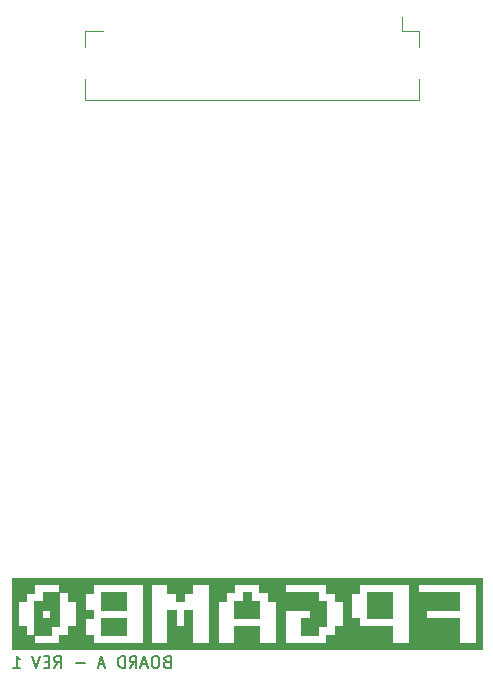
<source format=gbr>
%TF.GenerationSoftware,KiCad,Pcbnew,(5.1.10-1-10_14)*%
%TF.CreationDate,2021-07-06T18:46:16+02:00*%
%TF.ProjectId,gb-fpga,67622d66-7067-4612-9e6b-696361645f70,rev?*%
%TF.SameCoordinates,Original*%
%TF.FileFunction,Legend,Bot*%
%TF.FilePolarity,Positive*%
%FSLAX46Y46*%
G04 Gerber Fmt 4.6, Leading zero omitted, Abs format (unit mm)*
G04 Created by KiCad (PCBNEW (5.1.10-1-10_14)) date 2021-07-06 18:46:16*
%MOMM*%
%LPD*%
G01*
G04 APERTURE LIST*
%ADD10C,0.150000*%
%ADD11C,0.010000*%
%ADD12C,0.120000*%
G04 APERTURE END LIST*
D10*
X33267976Y17921428D02*
X33125119Y17873809D01*
X33077500Y17826190D01*
X33029880Y17730952D01*
X33029880Y17588095D01*
X33077500Y17492857D01*
X33125119Y17445238D01*
X33220357Y17397619D01*
X33601309Y17397619D01*
X33601309Y18397619D01*
X33267976Y18397619D01*
X33172738Y18350000D01*
X33125119Y18302380D01*
X33077500Y18207142D01*
X33077500Y18111904D01*
X33125119Y18016666D01*
X33172738Y17969047D01*
X33267976Y17921428D01*
X33601309Y17921428D01*
X32410833Y18397619D02*
X32220357Y18397619D01*
X32125119Y18350000D01*
X32029880Y18254761D01*
X31982261Y18064285D01*
X31982261Y17730952D01*
X32029880Y17540476D01*
X32125119Y17445238D01*
X32220357Y17397619D01*
X32410833Y17397619D01*
X32506071Y17445238D01*
X32601309Y17540476D01*
X32648928Y17730952D01*
X32648928Y18064285D01*
X32601309Y18254761D01*
X32506071Y18350000D01*
X32410833Y18397619D01*
X31601309Y17683333D02*
X31125119Y17683333D01*
X31696547Y17397619D02*
X31363214Y18397619D01*
X31029880Y17397619D01*
X30125119Y17397619D02*
X30458452Y17873809D01*
X30696547Y17397619D02*
X30696547Y18397619D01*
X30315595Y18397619D01*
X30220357Y18350000D01*
X30172738Y18302380D01*
X30125119Y18207142D01*
X30125119Y18064285D01*
X30172738Y17969047D01*
X30220357Y17921428D01*
X30315595Y17873809D01*
X30696547Y17873809D01*
X29696547Y17397619D02*
X29696547Y18397619D01*
X29458452Y18397619D01*
X29315595Y18350000D01*
X29220357Y18254761D01*
X29172738Y18159523D01*
X29125119Y17969047D01*
X29125119Y17826190D01*
X29172738Y17635714D01*
X29220357Y17540476D01*
X29315595Y17445238D01*
X29458452Y17397619D01*
X29696547Y17397619D01*
X27982261Y17683333D02*
X27506071Y17683333D01*
X28077500Y17397619D02*
X27744166Y18397619D01*
X27410833Y17397619D01*
X26315595Y17778571D02*
X25553690Y17778571D01*
X23744166Y17397619D02*
X24077500Y17873809D01*
X24315595Y17397619D02*
X24315595Y18397619D01*
X23934642Y18397619D01*
X23839404Y18350000D01*
X23791785Y18302380D01*
X23744166Y18207142D01*
X23744166Y18064285D01*
X23791785Y17969047D01*
X23839404Y17921428D01*
X23934642Y17873809D01*
X24315595Y17873809D01*
X23315595Y17921428D02*
X22982261Y17921428D01*
X22839404Y17397619D02*
X23315595Y17397619D01*
X23315595Y18397619D01*
X22839404Y18397619D01*
X22553690Y18397619D02*
X22220357Y17397619D01*
X21887023Y18397619D01*
X20267976Y17397619D02*
X20839404Y17397619D01*
X20553690Y17397619D02*
X20553690Y18397619D01*
X20648928Y18254761D01*
X20744166Y18159523D01*
X20839404Y18111904D01*
D11*
%TO.C,G\u002A\u002A\u002A*%
G36*
X22778000Y23016000D02*
G01*
X22016000Y23016000D01*
X22016000Y20137333D01*
X23455333Y20137333D01*
X23455333Y20899333D01*
X24132666Y20899333D01*
X24132666Y22254000D01*
X23370666Y22254000D01*
X23370666Y21576667D01*
X22693333Y21576667D01*
X22693333Y22254000D01*
X23370666Y22254000D01*
X24132666Y22254000D01*
X24132666Y23778000D01*
X22778000Y23778000D01*
X22778000Y23016000D01*
G37*
X22778000Y23016000D02*
X22016000Y23016000D01*
X22016000Y20137333D01*
X23455333Y20137333D01*
X23455333Y20899333D01*
X24132666Y20899333D01*
X24132666Y22254000D01*
X23370666Y22254000D01*
X23370666Y21576667D01*
X22693333Y21576667D01*
X22693333Y22254000D01*
X23370666Y22254000D01*
X24132666Y22254000D01*
X24132666Y23778000D01*
X22778000Y23778000D01*
X22778000Y23016000D01*
G36*
X27688666Y22254000D02*
G01*
X29805333Y22254000D01*
X29805333Y23778000D01*
X27688666Y23778000D01*
X27688666Y22254000D01*
G37*
X27688666Y22254000D02*
X29805333Y22254000D01*
X29805333Y23778000D01*
X27688666Y23778000D01*
X27688666Y22254000D01*
G36*
X27688666Y20137333D02*
G01*
X29805333Y20137333D01*
X29805333Y21576667D01*
X27688666Y21576667D01*
X27688666Y20137333D01*
G37*
X27688666Y20137333D02*
X29805333Y20137333D01*
X29805333Y21576667D01*
X27688666Y21576667D01*
X27688666Y20137333D01*
G36*
X39711333Y23016000D02*
G01*
X38949333Y23016000D01*
X38949333Y21576667D01*
X41066000Y21576667D01*
X41066000Y23016000D01*
X40388666Y23016000D01*
X40388666Y23778000D01*
X39711333Y23778000D01*
X39711333Y23016000D01*
G37*
X39711333Y23016000D02*
X38949333Y23016000D01*
X38949333Y21576667D01*
X41066000Y21576667D01*
X41066000Y23016000D01*
X40388666Y23016000D01*
X40388666Y23778000D01*
X39711333Y23778000D01*
X39711333Y23016000D01*
G36*
X50210000Y21576667D02*
G01*
X52326666Y21576667D01*
X52326666Y23778000D01*
X50210000Y23778000D01*
X50210000Y21576667D01*
G37*
X50210000Y21576667D02*
X52326666Y21576667D01*
X52326666Y23778000D01*
X50210000Y23778000D01*
X50210000Y21576667D01*
G36*
X20153333Y18952000D02*
G01*
X59946666Y18952000D01*
X59946666Y24455333D01*
X59438666Y24455333D01*
X59438666Y19460000D01*
X57999333Y19460000D01*
X57999333Y21576667D01*
X55205333Y21576667D01*
X55205333Y22254000D01*
X57999333Y22254000D01*
X57999333Y23778000D01*
X54528000Y23778000D01*
X54528000Y24455333D01*
X53766000Y24455333D01*
X53766000Y19460000D01*
X52326666Y19460000D01*
X52326666Y20899333D01*
X49532666Y20899333D01*
X49532666Y21576667D01*
X48855333Y21576667D01*
X48855333Y23016000D01*
X48178000Y23016000D01*
X48178000Y20899333D01*
X47500666Y20899333D01*
X47500666Y20137333D01*
X46738666Y20137333D01*
X46738666Y19460000D01*
X43267333Y19460000D01*
X43267333Y22254000D01*
X45384000Y22254000D01*
X45384000Y21576667D01*
X44622000Y21576667D01*
X44622000Y20137333D01*
X46061333Y20137333D01*
X46061333Y20899333D01*
X46738666Y20899333D01*
X46738666Y23016000D01*
X46061333Y23016000D01*
X42505333Y23016000D01*
X42505333Y19460000D01*
X41066000Y19460000D01*
X41066000Y20899333D01*
X38949333Y20899333D01*
X38949333Y19460000D01*
X37594666Y19460000D01*
X37594666Y23016000D01*
X38272000Y23016000D01*
X38272000Y23778000D01*
X38949333Y23778000D01*
X38949333Y24455333D01*
X36832666Y24455333D01*
X36832666Y19460000D01*
X35393333Y19460000D01*
X35393333Y22254000D01*
X34716000Y22254000D01*
X34716000Y20899333D01*
X34038666Y20899333D01*
X34038666Y22254000D01*
X33276666Y22254000D01*
X33276666Y19460000D01*
X31922000Y19460000D01*
X31922000Y24455333D01*
X31244666Y24455333D01*
X31244666Y19460000D01*
X27011333Y19460000D01*
X27011333Y20137333D01*
X26334000Y20137333D01*
X26334000Y21576667D01*
X27011333Y21576667D01*
X27011333Y22254000D01*
X26334000Y22254000D01*
X26334000Y23016000D01*
X25572000Y23016000D01*
X25572000Y20899333D01*
X24894666Y20899333D01*
X24894666Y20137333D01*
X24132666Y20137333D01*
X24132666Y19460000D01*
X22016000Y19460000D01*
X22016000Y20137333D01*
X21338666Y20137333D01*
X21338666Y20899333D01*
X20661333Y20899333D01*
X20661333Y23016000D01*
X21338666Y23016000D01*
X21338666Y23693333D01*
X22016000Y23693333D01*
X22016000Y24455333D01*
X24132666Y24455333D01*
X24132666Y23778000D01*
X24894666Y23778000D01*
X24894666Y23016000D01*
X25572000Y23016000D01*
X26334000Y23016000D01*
X26334000Y23693333D01*
X27011333Y23693333D01*
X27011333Y24455333D01*
X31244666Y24455333D01*
X31922000Y24455333D01*
X33276666Y24455333D01*
X33276666Y23693333D01*
X34038666Y23693333D01*
X34038666Y23016000D01*
X34716000Y23016000D01*
X34716000Y23693333D01*
X35393333Y23693333D01*
X35393333Y24455333D01*
X36832666Y24455333D01*
X38949333Y24455333D01*
X41066000Y24455333D01*
X41066000Y23778000D01*
X41828000Y23778000D01*
X41828000Y23016000D01*
X42505333Y23016000D01*
X46061333Y23016000D01*
X46061333Y23778000D01*
X43267333Y23778000D01*
X43267333Y24455333D01*
X46738666Y24455333D01*
X46738666Y23693333D01*
X47500666Y23693333D01*
X47500666Y23016000D01*
X48178000Y23016000D01*
X48855333Y23016000D01*
X48855333Y23693333D01*
X49532666Y23693333D01*
X49532666Y24455333D01*
X53766000Y24455333D01*
X54528000Y24455333D01*
X59438666Y24455333D01*
X59946666Y24455333D01*
X59946666Y24963333D01*
X20153333Y24963333D01*
X20153333Y18952000D01*
G37*
X20153333Y18952000D02*
X59946666Y18952000D01*
X59946666Y24455333D01*
X59438666Y24455333D01*
X59438666Y19460000D01*
X57999333Y19460000D01*
X57999333Y21576667D01*
X55205333Y21576667D01*
X55205333Y22254000D01*
X57999333Y22254000D01*
X57999333Y23778000D01*
X54528000Y23778000D01*
X54528000Y24455333D01*
X53766000Y24455333D01*
X53766000Y19460000D01*
X52326666Y19460000D01*
X52326666Y20899333D01*
X49532666Y20899333D01*
X49532666Y21576667D01*
X48855333Y21576667D01*
X48855333Y23016000D01*
X48178000Y23016000D01*
X48178000Y20899333D01*
X47500666Y20899333D01*
X47500666Y20137333D01*
X46738666Y20137333D01*
X46738666Y19460000D01*
X43267333Y19460000D01*
X43267333Y22254000D01*
X45384000Y22254000D01*
X45384000Y21576667D01*
X44622000Y21576667D01*
X44622000Y20137333D01*
X46061333Y20137333D01*
X46061333Y20899333D01*
X46738666Y20899333D01*
X46738666Y23016000D01*
X46061333Y23016000D01*
X42505333Y23016000D01*
X42505333Y19460000D01*
X41066000Y19460000D01*
X41066000Y20899333D01*
X38949333Y20899333D01*
X38949333Y19460000D01*
X37594666Y19460000D01*
X37594666Y23016000D01*
X38272000Y23016000D01*
X38272000Y23778000D01*
X38949333Y23778000D01*
X38949333Y24455333D01*
X36832666Y24455333D01*
X36832666Y19460000D01*
X35393333Y19460000D01*
X35393333Y22254000D01*
X34716000Y22254000D01*
X34716000Y20899333D01*
X34038666Y20899333D01*
X34038666Y22254000D01*
X33276666Y22254000D01*
X33276666Y19460000D01*
X31922000Y19460000D01*
X31922000Y24455333D01*
X31244666Y24455333D01*
X31244666Y19460000D01*
X27011333Y19460000D01*
X27011333Y20137333D01*
X26334000Y20137333D01*
X26334000Y21576667D01*
X27011333Y21576667D01*
X27011333Y22254000D01*
X26334000Y22254000D01*
X26334000Y23016000D01*
X25572000Y23016000D01*
X25572000Y20899333D01*
X24894666Y20899333D01*
X24894666Y20137333D01*
X24132666Y20137333D01*
X24132666Y19460000D01*
X22016000Y19460000D01*
X22016000Y20137333D01*
X21338666Y20137333D01*
X21338666Y20899333D01*
X20661333Y20899333D01*
X20661333Y23016000D01*
X21338666Y23016000D01*
X21338666Y23693333D01*
X22016000Y23693333D01*
X22016000Y24455333D01*
X24132666Y24455333D01*
X24132666Y23778000D01*
X24894666Y23778000D01*
X24894666Y23016000D01*
X25572000Y23016000D01*
X26334000Y23016000D01*
X26334000Y23693333D01*
X27011333Y23693333D01*
X27011333Y24455333D01*
X31244666Y24455333D01*
X31922000Y24455333D01*
X33276666Y24455333D01*
X33276666Y23693333D01*
X34038666Y23693333D01*
X34038666Y23016000D01*
X34716000Y23016000D01*
X34716000Y23693333D01*
X35393333Y23693333D01*
X35393333Y24455333D01*
X36832666Y24455333D01*
X38949333Y24455333D01*
X41066000Y24455333D01*
X41066000Y23778000D01*
X41828000Y23778000D01*
X41828000Y23016000D01*
X42505333Y23016000D01*
X46061333Y23016000D01*
X46061333Y23778000D01*
X43267333Y23778000D01*
X43267333Y24455333D01*
X46738666Y24455333D01*
X46738666Y23693333D01*
X47500666Y23693333D01*
X47500666Y23016000D01*
X48178000Y23016000D01*
X48855333Y23016000D01*
X48855333Y23693333D01*
X49532666Y23693333D01*
X49532666Y24455333D01*
X53766000Y24455333D01*
X54528000Y24455333D01*
X59438666Y24455333D01*
X59946666Y24455333D01*
X59946666Y24963333D01*
X20153333Y24963333D01*
X20153333Y18952000D01*
D12*
%TO.C,J5*%
X53160000Y71300000D02*
X54650000Y71300000D01*
X54650000Y71300000D02*
X54650000Y69960000D01*
X27840000Y71300000D02*
X26350000Y71300000D01*
X26350000Y71300000D02*
X26350000Y69960000D01*
X54650000Y67240000D02*
X54650000Y65500000D01*
X54650000Y65500000D02*
X26350000Y65500000D01*
X26350000Y65500000D02*
X26350000Y67240000D01*
X53160000Y71300000D02*
X53160000Y72500000D01*
%TD*%
M02*

</source>
